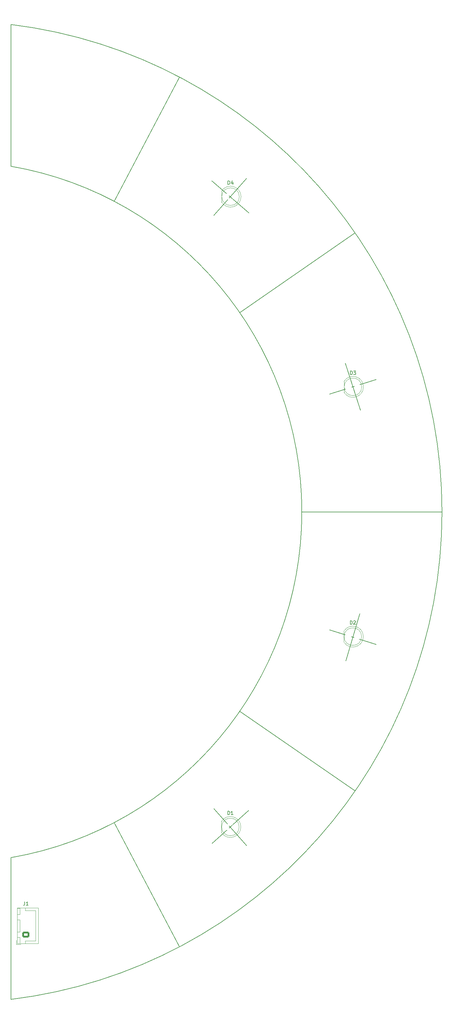
<source format=gto>
G04 #@! TF.GenerationSoftware,KiCad,Pcbnew,7.0.1-3b83917a11~172~ubuntu20.04.1*
G04 #@! TF.CreationDate,2023-04-20T10:57:52+02:00*
G04 #@! TF.ProjectId,forcast,666f7263-6173-4742-9e6b-696361645f70,rev?*
G04 #@! TF.SameCoordinates,Original*
G04 #@! TF.FileFunction,Legend,Top*
G04 #@! TF.FilePolarity,Positive*
%FSLAX46Y46*%
G04 Gerber Fmt 4.6, Leading zero omitted, Abs format (unit mm)*
G04 Created by KiCad (PCBNEW 7.0.1-3b83917a11~172~ubuntu20.04.1) date 2023-04-20 10:57:52*
%MOMM*%
%LPD*%
G01*
G04 APERTURE LIST*
G04 Aperture macros list*
%AMRoundRect*
0 Rectangle with rounded corners*
0 $1 Rounding radius*
0 $2 $3 $4 $5 $6 $7 $8 $9 X,Y pos of 4 corners*
0 Add a 4 corners polygon primitive as box body*
4,1,4,$2,$3,$4,$5,$6,$7,$8,$9,$2,$3,0*
0 Add four circle primitives for the rounded corners*
1,1,$1+$1,$2,$3*
1,1,$1+$1,$4,$5*
1,1,$1+$1,$6,$7*
1,1,$1+$1,$8,$9*
0 Add four rect primitives between the rounded corners*
20,1,$1+$1,$2,$3,$4,$5,0*
20,1,$1+$1,$4,$5,$6,$7,0*
20,1,$1+$1,$6,$7,$8,$9,0*
20,1,$1+$1,$8,$9,$2,$3,0*%
G04 Aperture macros list end*
%ADD10C,0.130000*%
%ADD11C,0.200000*%
%ADD12C,0.150000*%
%ADD13C,0.120000*%
%ADD14C,3.200000*%
%ADD15R,1.800000X1.800000*%
%ADD16C,1.800000*%
%ADD17RoundRect,0.250000X0.725000X-0.600000X0.725000X0.600000X-0.725000X0.600000X-0.725000X-0.600000X0*%
%ADD18O,1.950000X1.700000*%
G04 APERTURE END LIST*
D10*
X237187964Y-110154682D02*
X247761474Y-119330786D01*
X279480596Y-233560404D02*
X275452412Y-246968377D01*
D11*
X245198387Y-147757549D02*
X278117741Y-125034959D01*
X209372317Y-293109627D02*
X227961244Y-328527868D01*
D10*
X247116578Y-299624889D02*
X237832860Y-289145739D01*
X275315771Y-162202250D02*
X279617237Y-175525065D01*
X179900000Y-106019618D02*
X179900000Y-65600000D01*
D11*
X209372317Y-116018421D02*
X227961244Y-80600180D01*
D10*
X247666567Y-289690134D02*
X237282871Y-299080494D01*
D11*
X262900000Y-204564024D02*
X302900000Y-204564024D01*
D10*
X284149550Y-166781136D02*
X270783458Y-170946179D01*
D11*
X245198387Y-261370499D02*
X278117741Y-284093089D01*
D10*
X179900000Y-303108429D02*
G75*
G03*
X179900000Y-106019619I-17000000J98544405D01*
G01*
X179900000Y-343528047D02*
G75*
G03*
X179900000Y-65600001I-17000000J138964023D01*
G01*
X179900000Y-343528048D02*
X179900000Y-303108430D01*
X247116578Y-109503159D02*
X237832860Y-119982309D01*
X284149550Y-242346912D02*
X270783458Y-238181869D01*
D12*
X276716905Y-236602619D02*
X276716905Y-235602619D01*
X276716905Y-235602619D02*
X276955000Y-235602619D01*
X276955000Y-235602619D02*
X277097857Y-235650238D01*
X277097857Y-235650238D02*
X277193095Y-235745476D01*
X277193095Y-235745476D02*
X277240714Y-235840714D01*
X277240714Y-235840714D02*
X277288333Y-236031190D01*
X277288333Y-236031190D02*
X277288333Y-236174047D01*
X277288333Y-236174047D02*
X277240714Y-236364523D01*
X277240714Y-236364523D02*
X277193095Y-236459761D01*
X277193095Y-236459761D02*
X277097857Y-236555000D01*
X277097857Y-236555000D02*
X276955000Y-236602619D01*
X276955000Y-236602619D02*
X276716905Y-236602619D01*
X277669286Y-235697857D02*
X277716905Y-235650238D01*
X277716905Y-235650238D02*
X277812143Y-235602619D01*
X277812143Y-235602619D02*
X278050238Y-235602619D01*
X278050238Y-235602619D02*
X278145476Y-235650238D01*
X278145476Y-235650238D02*
X278193095Y-235697857D01*
X278193095Y-235697857D02*
X278240714Y-235793095D01*
X278240714Y-235793095D02*
X278240714Y-235888333D01*
X278240714Y-235888333D02*
X278193095Y-236031190D01*
X278193095Y-236031190D02*
X277621667Y-236602619D01*
X277621667Y-236602619D02*
X278240714Y-236602619D01*
X241816905Y-111177619D02*
X241816905Y-110177619D01*
X241816905Y-110177619D02*
X242055000Y-110177619D01*
X242055000Y-110177619D02*
X242197857Y-110225238D01*
X242197857Y-110225238D02*
X242293095Y-110320476D01*
X242293095Y-110320476D02*
X242340714Y-110415714D01*
X242340714Y-110415714D02*
X242388333Y-110606190D01*
X242388333Y-110606190D02*
X242388333Y-110749047D01*
X242388333Y-110749047D02*
X242340714Y-110939523D01*
X242340714Y-110939523D02*
X242293095Y-111034761D01*
X242293095Y-111034761D02*
X242197857Y-111130000D01*
X242197857Y-111130000D02*
X242055000Y-111177619D01*
X242055000Y-111177619D02*
X241816905Y-111177619D01*
X243245476Y-110510952D02*
X243245476Y-111177619D01*
X243007381Y-110130000D02*
X242769286Y-110844285D01*
X242769286Y-110844285D02*
X243388333Y-110844285D01*
X183816666Y-315692619D02*
X183816666Y-316406904D01*
X183816666Y-316406904D02*
X183769047Y-316549761D01*
X183769047Y-316549761D02*
X183673809Y-316645000D01*
X183673809Y-316645000D02*
X183530952Y-316692619D01*
X183530952Y-316692619D02*
X183435714Y-316692619D01*
X184816666Y-316692619D02*
X184245238Y-316692619D01*
X184530952Y-316692619D02*
X184530952Y-315692619D01*
X184530952Y-315692619D02*
X184435714Y-315835476D01*
X184435714Y-315835476D02*
X184340476Y-315930714D01*
X184340476Y-315930714D02*
X184245238Y-315978333D01*
X276756905Y-165402619D02*
X276756905Y-164402619D01*
X276756905Y-164402619D02*
X276995000Y-164402619D01*
X276995000Y-164402619D02*
X277137857Y-164450238D01*
X277137857Y-164450238D02*
X277233095Y-164545476D01*
X277233095Y-164545476D02*
X277280714Y-164640714D01*
X277280714Y-164640714D02*
X277328333Y-164831190D01*
X277328333Y-164831190D02*
X277328333Y-164974047D01*
X277328333Y-164974047D02*
X277280714Y-165164523D01*
X277280714Y-165164523D02*
X277233095Y-165259761D01*
X277233095Y-165259761D02*
X277137857Y-165355000D01*
X277137857Y-165355000D02*
X276995000Y-165402619D01*
X276995000Y-165402619D02*
X276756905Y-165402619D01*
X277661667Y-164402619D02*
X278280714Y-164402619D01*
X278280714Y-164402619D02*
X277947381Y-164783571D01*
X277947381Y-164783571D02*
X278090238Y-164783571D01*
X278090238Y-164783571D02*
X278185476Y-164831190D01*
X278185476Y-164831190D02*
X278233095Y-164878809D01*
X278233095Y-164878809D02*
X278280714Y-164974047D01*
X278280714Y-164974047D02*
X278280714Y-165212142D01*
X278280714Y-165212142D02*
X278233095Y-165307380D01*
X278233095Y-165307380D02*
X278185476Y-165355000D01*
X278185476Y-165355000D02*
X278090238Y-165402619D01*
X278090238Y-165402619D02*
X277804524Y-165402619D01*
X277804524Y-165402619D02*
X277709286Y-165355000D01*
X277709286Y-165355000D02*
X277661667Y-165307380D01*
X241766905Y-290877619D02*
X241766905Y-289877619D01*
X241766905Y-289877619D02*
X242005000Y-289877619D01*
X242005000Y-289877619D02*
X242147857Y-289925238D01*
X242147857Y-289925238D02*
X242243095Y-290020476D01*
X242243095Y-290020476D02*
X242290714Y-290115714D01*
X242290714Y-290115714D02*
X242338333Y-290306190D01*
X242338333Y-290306190D02*
X242338333Y-290449047D01*
X242338333Y-290449047D02*
X242290714Y-290639523D01*
X242290714Y-290639523D02*
X242243095Y-290734761D01*
X242243095Y-290734761D02*
X242147857Y-290830000D01*
X242147857Y-290830000D02*
X242005000Y-290877619D01*
X242005000Y-290877619D02*
X241766905Y-290877619D01*
X243290714Y-290877619D02*
X242719286Y-290877619D01*
X243005000Y-290877619D02*
X243005000Y-289877619D01*
X243005000Y-289877619D02*
X242909762Y-290020476D01*
X242909762Y-290020476D02*
X242814524Y-290115714D01*
X242814524Y-290115714D02*
X242719286Y-290163333D01*
D13*
X274895000Y-238555000D02*
X274895000Y-241645000D01*
X280444999Y-240100462D02*
G75*
G03*
X274895001Y-238555170I-2989999J462D01*
G01*
X274895000Y-241644830D02*
G75*
G03*
X280445000Y-240099538I2560000J1544830D01*
G01*
X279955000Y-240100000D02*
G75*
G03*
X279955000Y-240100000I-2500000J0D01*
G01*
X239995000Y-113130000D02*
X239995000Y-116220000D01*
X245544999Y-114675462D02*
G75*
G03*
X239995001Y-113130170I-2989999J462D01*
G01*
X239995000Y-116219830D02*
G75*
G03*
X245545000Y-114674538I2560000J1544830D01*
G01*
X245055000Y-114675000D02*
G75*
G03*
X245055000Y-114675000I-2500000J0D01*
G01*
X181400000Y-327890000D02*
X182650000Y-327890000D01*
X181690000Y-327600000D02*
X187660000Y-327600000D01*
X187660000Y-327600000D02*
X187660000Y-317480000D01*
X181700000Y-327590000D02*
X182450000Y-327590000D01*
X182450000Y-327590000D02*
X182450000Y-325790000D01*
X183950000Y-327590000D02*
X183950000Y-326840000D01*
X183950000Y-326840000D02*
X186900000Y-326840000D01*
X186900000Y-326840000D02*
X186900000Y-322540000D01*
X181400000Y-326640000D02*
X181400000Y-327890000D01*
X181700000Y-325790000D02*
X181700000Y-327590000D01*
X182450000Y-325790000D02*
X181700000Y-325790000D01*
X181700000Y-324290000D02*
X182450000Y-324290000D01*
X182450000Y-324290000D02*
X182450000Y-320790000D01*
X181700000Y-320790000D02*
X181700000Y-324290000D01*
X182450000Y-320790000D02*
X181700000Y-320790000D01*
X181700000Y-319290000D02*
X182450000Y-319290000D01*
X182450000Y-319290000D02*
X182450000Y-317490000D01*
X183950000Y-318240000D02*
X186900000Y-318240000D01*
X186900000Y-318240000D02*
X186900000Y-322540000D01*
X181700000Y-317490000D02*
X181700000Y-319290000D01*
X182450000Y-317490000D02*
X181700000Y-317490000D01*
X183950000Y-317490000D02*
X183950000Y-318240000D01*
X181690000Y-317480000D02*
X181690000Y-327600000D01*
X187660000Y-317480000D02*
X181690000Y-317480000D01*
X274935000Y-167355000D02*
X274935000Y-170445000D01*
X280484999Y-168900462D02*
G75*
G03*
X274935001Y-167355170I-2989999J462D01*
G01*
X274935000Y-170444830D02*
G75*
G03*
X280485000Y-168899538I2560000J1544830D01*
G01*
X279995000Y-168900000D02*
G75*
G03*
X279995000Y-168900000I-2500000J0D01*
G01*
X239945000Y-292830000D02*
X239945000Y-295920000D01*
X245494999Y-294375462D02*
G75*
G03*
X239945001Y-292830170I-2989999J462D01*
G01*
X239945000Y-295919830D02*
G75*
G03*
X245495000Y-294374538I2560000J1544830D01*
G01*
X245005000Y-294375000D02*
G75*
G03*
X245005000Y-294375000I-2500000J0D01*
G01*
%LPC*%
D14*
X269240000Y-210820000D03*
X185420000Y-307340000D03*
X185420000Y-337820000D03*
X295910000Y-210820000D03*
X295910000Y-198120000D03*
D15*
X276185000Y-240100000D03*
D16*
X278725000Y-240100000D03*
D15*
X241285000Y-114675000D03*
D16*
X243825000Y-114675000D03*
D14*
X185420000Y-72390000D03*
X207010000Y-109220000D03*
D17*
X184150000Y-325040000D03*
D18*
X184150000Y-322540000D03*
X184150000Y-320040000D03*
D14*
X276860000Y-132080000D03*
X269240000Y-198120000D03*
D15*
X276225000Y-168900000D03*
D16*
X278765000Y-168900000D03*
D14*
X276860000Y-276860000D03*
D15*
X241235000Y-294375000D03*
D16*
X243775000Y-294375000D03*
D14*
X185420000Y-101600000D03*
X207010000Y-299720000D03*
M02*

</source>
